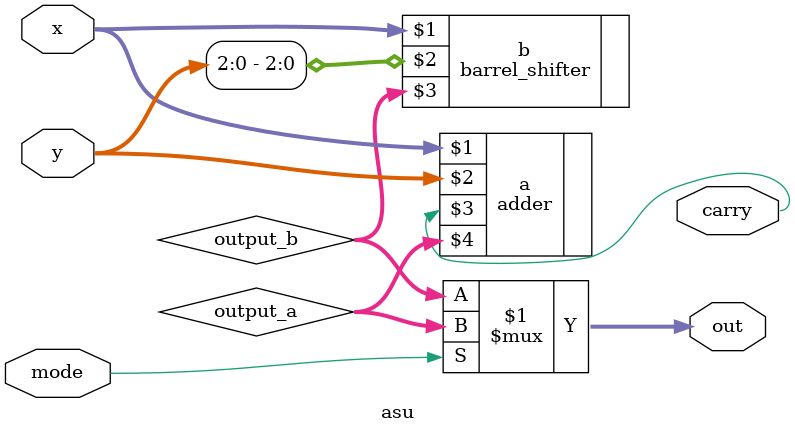
<source format=v>
module asu (x, y, mode, carry, out);
input [7:0] x, y;
input mode;
output carry;
output [7:0] out;

/*Write your code here*/
wire [7:0] output_a;
wire [7:0] output_b;
adder a(x,y,carry,output_a);
barrel_shifter b(x,y[2:0],output_b);

assign out[7:0]=mode?output_a:output_b;


/*End of code*/


endmodule
</source>
